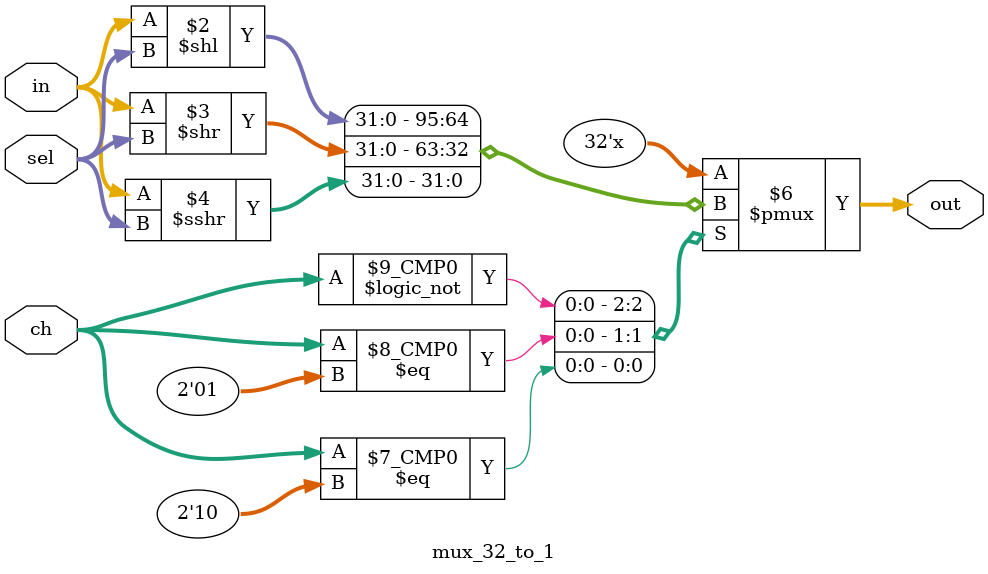
<source format=v>
`timescale 1ns / 1ps


module mux_32_to_1(ch, sel, in, out);
    input [1:0] ch;
    input [4:0] sel;
    input [31:0] in;
    output reg [31:0] out;
    reg [31:0] st;
    integer i;
    always @(*) begin
        case (ch)
            2'b00: begin// Logical shift left
//                for(i=sel; i<32; i=i+1) begin
//                    st[i] = in[i-sel];
//                end
//                for(i=0; i<sel; i=i+1) begin
//                    st[i] = 1'b0;
//                end
//                out = st;
                out = in << sel;
            end
            2'b01: begin// Logical shift right
//                for(i=0; i<32-sel; i=i+1) begin
//                    st[i] = in[i+sel];
//                end
//                for(i=0; i<sel; i=i+1) begin
//                    st[32-i-1] = 1'b0;
//                end
//                out = st;
                out = in >> sel;
            end
            2'b10: begin // Arithmetic shift right
//                for(i=0; i<32-sel; i=i+1) begin
//                    st[i] = in[i+sel];
//                end
//                for(i=0; i<sel; i=i+1) begin
//                    st[32-i-1] = in[31];
//                end
//                out = st;
                out = in >>> sel;
            end
        endcase
    end
endmodule

</source>
